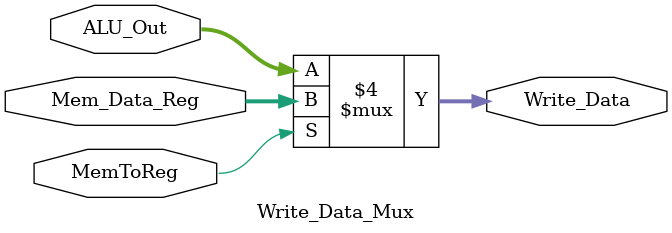
<source format=v>
`timescale 1ns / 1ps
module Write_Data_Mux(MemToReg,ALU_Out,Mem_Data_Reg,Write_Data);
input [31:0] ALU_Out, Mem_Data_Reg;
input MemToReg;
output reg [31:0] Write_Data;

always @ (*)
    if(MemToReg == 0)
	 begin
        Write_Data <= ALU_Out;
	 end
    else
	 begin
        Write_Data <= Mem_Data_Reg;
	 end
endmodule
</source>
